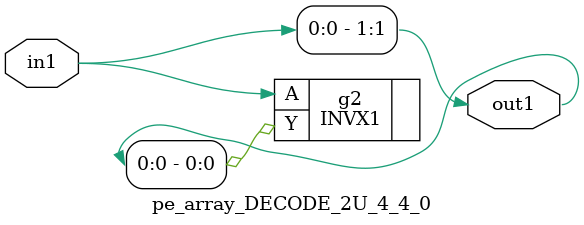
<source format=v>
`timescale 1ps / 1ps


module pe_array_DECODE_2U_4_4_0(in1, out1);
  input in1;
  output [1:0] out1;
  wire in1;
  wire [1:0] out1;
  assign out1[1] = in1;
  INVX1 g2(.A (in1), .Y (out1[0]));
endmodule



</source>
